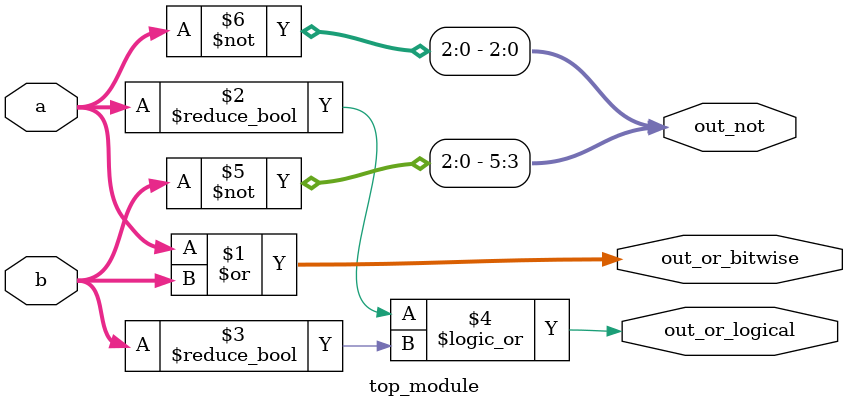
<source format=sv>
module top_module(
	input [2:0] a, 
	input [2:0] b, 
	output [2:0] out_or_bitwise,
	output out_or_logical,
	output [5:0] out_not
);
	
	// Bitwise OR
	assign out_or_bitwise = a | b;
	
	// Logical OR
	assign out_or_logical = (a != 0) || (b != 0);
	
	// Inverse of b in the upper half of out_not
	assign out_not[5:3] = ~b;
	
	// Inverse of a in the lower half of out_not
	assign out_not[2:0] = ~a;
	
endmodule

</source>
